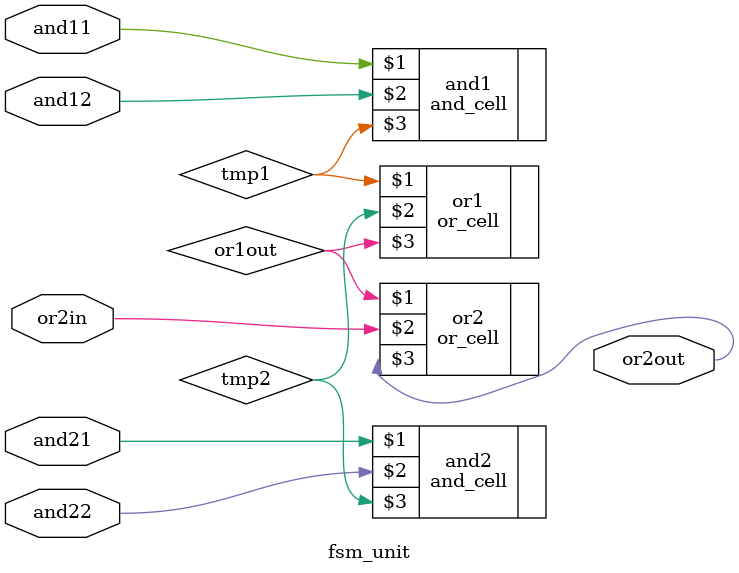
<source format=v>
`timescale 1ns / 1ps


module fsm_unit(input and11, and12, and21, and22, or2in, output or2out);
    wire tmp1, tmp2;
    wire or1out;
    and_cell and1(and11, and12, tmp1);
    and_cell and2(and21, and22, tmp2);
    
    or_cell or1(tmp1, tmp2, or1out);
    or_cell or2(or1out, or2in, or2out);
endmodule

</source>
